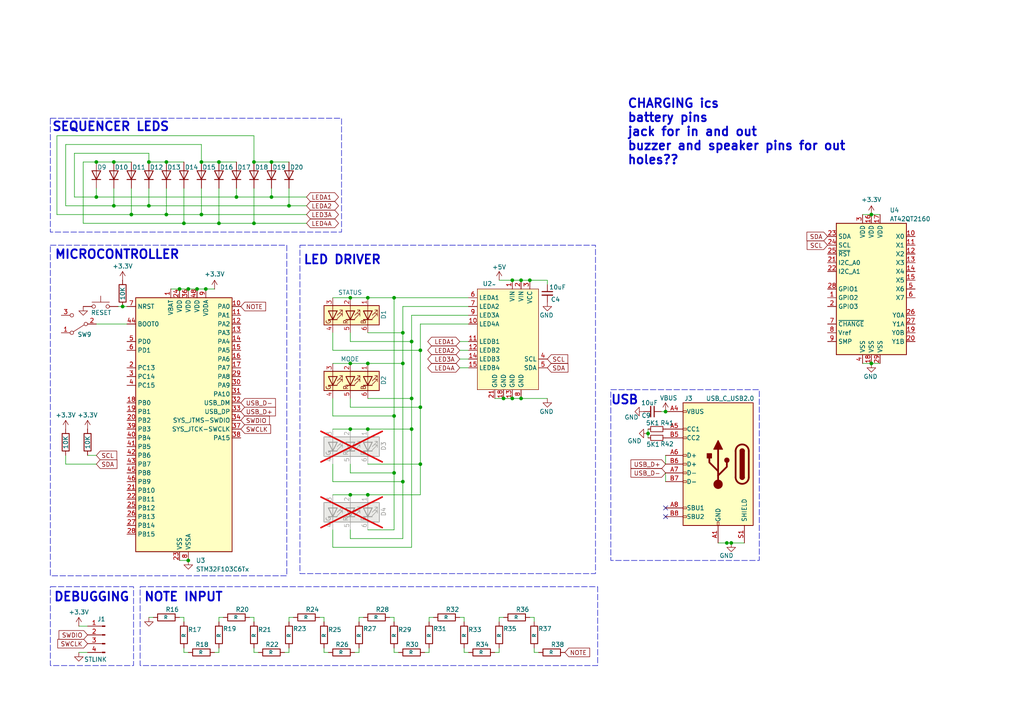
<source format=kicad_sch>
(kicad_sch (version 20231120) (generator "eeschema") (generator_version "8.0")
  (paper "A4")
  (junction (at 151.13 115.57))
  (junction (at 119.38 124.46))
  (junction (at 260.096 -19.304))
  (junction (at 106.68 124.46))
  (junction (at 54.61 83.82))
  (junction (at 73.66 46.99))
  (junction (at 27.94 46.99))
  (junction (at 226.568 -19.304))
  (junction (at 106.68 86.36))
  (junction (at 83.82 59.69))
  (junction (at 218.186 -29.845))
  (junction (at 151.13 81.28))
  (junction (at 234.95 -37.465))
  (junction (at 38.1 62.23))
  (junction (at 52.07 83.82))
  (junction (at 218.186 -19.304))
  (junction (at 243.332 -29.845))
  (junction (at 243.332 -37.465))
  (junction (at 210.82 157.48))
  (junction (at 260.096 -29.845))
  (junction (at 121.92 118.11))
  (junction (at 27.94 57.15))
  (junction (at 57.15 83.82))
  (junction (at 251.714 -29.845))
  (junction (at 148.59 115.57))
  (junction (at 121.92 101.6))
  (junction (at 243.332 -19.304))
  (junction (at 106.68 143.51))
  (junction (at 209.804 -29.845))
  (junction (at 251.714 -19.304))
  (junction (at 226.568 -29.845))
  (junction (at 48.26 46.99))
  (junction (at 119.38 99.06))
  (junction (at 48.26 62.23))
  (junction (at 153.67 81.28))
  (junction (at 121.92 134.62))
  (junction (at 146.05 115.57))
  (junction (at 101.6 124.46))
  (junction (at 226.568 -37.465))
  (junction (at 114.3 86.36))
  (junction (at 35.56 88.9))
  (junction (at 63.5 46.99))
  (junction (at 116.84 105.41))
  (junction (at 78.74 57.15))
  (junction (at 59.69 83.82))
  (junction (at 187.96 125.73))
  (junction (at 101.6 86.36))
  (junction (at 101.6 105.41))
  (junction (at 114.3 137.16))
  (junction (at 58.42 46.99))
  (junction (at 234.95 -29.845))
  (junction (at 268.478 -29.845))
  (junction (at 116.84 139.7))
  (junction (at 119.38 115.57))
  (junction (at 54.61 162.56))
  (junction (at 252.73 62.23))
  (junction (at 106.68 105.41))
  (junction (at 33.02 46.99))
  (junction (at 148.59 81.28))
  (junction (at 114.3 120.65))
  (junction (at 53.34 64.77))
  (junction (at 218.186 -37.465))
  (junction (at 212.09 157.48))
  (junction (at 209.804 -19.304))
  (junction (at 251.714 -37.465))
  (junction (at 205.105 -33.02))
  (junction (at 175.387 -19.304))
  (junction (at 193.04 119.38))
  (junction (at 116.84 96.52))
  (junction (at 43.18 46.99))
  (junction (at 68.58 57.15))
  (junction (at 78.74 46.99))
  (junction (at 33.02 59.69))
  (junction (at 260.096 -37.465))
  (junction (at 234.95 -19.304))
  (junction (at 101.6 143.51))
  (junction (at 73.66 64.77))
  (junction (at 63.5 64.77))
  (junction (at 58.42 62.23))
  (junction (at 201.93 -19.304))
  (junction (at 252.73 105.41))
  (junction (at 43.18 59.69))
  (no_connect (at 193.04 147.32))
  (no_connect (at 193.04 149.86))
  (wire (pts (xy 96.52 134.62) (xy 96.52 139.7)))
  (wire (pts (xy 73.66 180.34) (xy 73.66 179.07)))
  (wire (pts (xy 68.58 57.15) (xy 78.74 57.15)))
  (wire (pts (xy 101.6 134.62) (xy 101.6 137.16)))
  (wire (pts (xy 193.04 134.62) (xy 193.04 132.08)))
  (wire (pts (xy 73.66 189.23) (xy 74.93 189.23)))
  (wire (pts (xy 114.3 179.07) (xy 113.03 179.07)))
  (wire (pts (xy 119.38 124.46) (xy 119.38 158.75)))
  (wire (pts (xy 154.94 179.07) (xy 153.67 179.07)))
  (wire (pts (xy 16.51 62.23) (xy 38.1 62.23)))
  (wire (pts (xy 259.715 -29.845) (xy 260.096 -29.845)))
  (wire (pts (xy 58.42 54.61) (xy 58.42 62.23)))
  (wire (pts (xy 82.55 189.23) (xy 83.82 189.23)))
  (wire (pts (xy 104.14 189.23) (xy 104.14 187.96)))
  (wire (pts (xy 119.38 99.06) (xy 119.38 91.44)))
  (wire (pts (xy 252.73 105.41) (xy 250.19 105.41)))
  (wire (pts (xy 73.66 39.37) (xy 16.51 39.37)))
  (wire (pts (xy 243.332 -37.465) (xy 234.95 -37.465)))
  (wire (pts (xy 24.13 64.77) (xy 53.34 64.77)))
  (wire (pts (xy 96.52 120.65) (xy 114.3 120.65)))
  (wire (pts (xy 134.62 179.07) (xy 133.35 179.07)))
  (wire (pts (xy 62.23 83.82) (xy 59.69 83.82)))
  (wire (pts (xy 218.186 -29.845) (xy 218.186 -29.464)))
  (wire (pts (xy 101.6 118.11) (xy 121.92 118.11)))
  (wire (pts (xy 73.66 187.96) (xy 73.66 189.23)))
  (wire (pts (xy 251.714 -29.845) (xy 251.714 -29.464)))
  (wire (pts (xy 101.6 137.16) (xy 114.3 137.16)))
  (wire (pts (xy 58.42 41.91) (xy 19.05 41.91)))
  (wire (pts (xy 158.75 81.28) (xy 158.75 82.55)))
  (wire (pts (xy 119.38 99.06) (xy 119.38 115.57)))
  (wire (pts (xy 27.94 46.99) (xy 33.02 46.99)))
  (wire (pts (xy 151.13 115.57) (xy 148.59 115.57)))
  (wire (pts (xy 114.3 86.36) (xy 114.3 120.65)))
  (wire (pts (xy 24.13 46.99) (xy 24.13 64.77)))
  (wire (pts (xy 63.5 189.23) (xy 62.23 189.23)))
  (wire (pts (xy 33.02 59.69) (xy 43.18 59.69)))
  (wire (pts (xy 193.04 119.38) (xy 191.77 119.38)))
  (wire (pts (xy 96.52 105.41) (xy 101.6 105.41)))
  (wire (pts (xy 48.26 62.23) (xy 58.42 62.23)))
  (wire (pts (xy 234.95 -29.845) (xy 235.331 -29.845)))
  (wire (pts (xy 121.92 93.98) (xy 135.89 93.98)))
  (wire (pts (xy 102.87 189.23) (xy 104.14 189.23)))
  (wire (pts (xy 96.52 115.57) (xy 96.52 120.65)))
  (wire (pts (xy 134.62 187.96) (xy 134.62 189.23)))
  (wire (pts (xy 63.5 46.99) (xy 68.58 46.99)))
  (wire (pts (xy 101.6 115.57) (xy 101.6 118.11)))
  (wire (pts (xy 201.93 -27.94) (xy 201.93 -19.304)))
  (wire (pts (xy 21.59 44.45) (xy 21.59 57.15)))
  (wire (pts (xy 116.84 96.52) (xy 116.84 105.41)))
  (wire (pts (xy 209.804 -37.465) (xy 209.804 -29.845)))
  (wire (pts (xy 96.52 86.36) (xy 101.6 86.36)))
  (wire (pts (xy 105.41 179.07) (xy 104.14 179.07)))
  (wire (pts (xy 210.947 -47.625) (xy 211.963 -47.625)))
  (wire (pts (xy 204.343 -50.165) (xy 201.93 -50.165)))
  (wire (pts (xy 73.66 46.99) (xy 73.66 39.37)))
  (wire (pts (xy 252.73 105.41) (xy 255.27 105.41)))
  (wire (pts (xy 114.3 137.16) (xy 114.3 153.67)))
  (wire (pts (xy 124.46 179.07) (xy 124.46 180.34)))
  (wire (pts (xy 212.09 157.48) (xy 215.9 157.48)))
  (wire (pts (xy 57.15 83.82) (xy 59.69 83.82)))
  (wire (pts (xy 209.804 -29.845) (xy 209.804 -29.464)))
  (wire (pts (xy 125.73 179.07) (xy 124.46 179.07)))
  (wire (pts (xy 53.34 64.77) (xy 63.5 64.77)))
  (wire (pts (xy 158.75 115.57) (xy 151.13 115.57)))
  (wire (pts (xy 78.74 46.99) (xy 83.82 46.99)))
  (wire (pts (xy 133.35 104.14) (xy 135.89 104.14)))
  (wire (pts (xy 151.13 81.28) (xy 153.67 81.28)))
  (wire (pts (xy 121.92 134.62) (xy 121.92 143.51)))
  (wire (pts (xy 27.94 57.15) (xy 68.58 57.15)))
  (wire (pts (xy 146.05 179.07) (xy 144.78 179.07)))
  (wire (pts (xy 218.186 -29.845) (xy 218.567 -29.845)))
  (wire (pts (xy 116.84 88.9) (xy 135.89 88.9)))
  (wire (pts (xy 144.78 179.07) (xy 144.78 180.34)))
  (wire (pts (xy 33.02 46.99) (xy 38.1 46.99)))
  (wire (pts (xy 114.3 153.67) (xy 106.68 153.67)))
  (wire (pts (xy 63.5 54.61) (xy 63.5 64.77)))
  (wire (pts (xy 35.56 88.9) (xy 36.83 88.9)))
  (wire (pts (xy 96.52 143.51) (xy 101.6 143.51)))
  (wire (pts (xy 96.52 153.67) (xy 96.52 158.75)))
  (wire (pts (xy 27.94 93.98) (xy 36.83 93.98)))
  (wire (pts (xy 148.59 81.28) (xy 151.13 81.28)))
  (wire (pts (xy 19.05 59.69) (xy 33.02 59.69)))
  (wire (pts (xy 251.333 -29.845) (xy 251.714 -29.845)))
  (wire (pts (xy 226.187 -29.845) (xy 226.568 -29.845)))
  (wire (pts (xy 201.93 -50.165) (xy 201.93 -38.1)))
  (wire (pts (xy 243.332 -19.304) (xy 251.714 -19.304)))
  (wire (pts (xy 106.68 143.51) (xy 121.92 143.51)))
  (wire (pts (xy 144.78 189.23) (xy 144.78 187.96)))
  (wire (pts (xy 49.53 83.82) (xy 52.07 83.82)))
  (wire (pts (xy 43.18 44.45) (xy 21.59 44.45)))
  (wire (pts (xy 133.35 106.68) (xy 135.89 106.68)))
  (wire (pts (xy 154.94 180.34) (xy 154.94 179.07)))
  (wire (pts (xy 201.93 -33.02) (xy 205.105 -33.02)))
  (wire (pts (xy 218.186 -19.304) (xy 226.568 -19.304)))
  (wire (pts (xy 73.66 64.77) (xy 88.9 64.77)))
  (wire (pts (xy 187.96 125.73) (xy 187.96 127)))
  (wire (pts (xy 251.714 -19.304) (xy 260.096 -19.304)))
  (wire (pts (xy 226.568 -19.304) (xy 234.95 -19.304)))
  (wire (pts (xy 43.18 179.07) (xy 44.45 179.07)))
  (wire (pts (xy 234.95 -19.304) (xy 243.332 -19.304)))
  (wire (pts (xy 48.26 54.61) (xy 48.26 62.23)))
  (wire (pts (xy 119.38 115.57) (xy 106.68 115.57)))
  (wire (pts (xy 58.42 46.99) (xy 63.5 46.99)))
  (wire (pts (xy 93.98 189.23) (xy 95.25 189.23)))
  (wire (pts (xy 153.67 81.28) (xy 158.75 81.28)))
  (wire (pts (xy 210.82 157.48) (xy 212.09 157.48)))
  (wire (pts (xy 114.3 180.34) (xy 114.3 179.07)))
  (wire (pts (xy 260.096 -37.465) (xy 251.714 -37.465)))
  (wire (pts (xy 48.26 46.99) (xy 53.34 46.99)))
  (wire (pts (xy 58.42 62.23) (xy 88.9 62.23)))
  (wire (pts (xy 144.78 81.28) (xy 148.59 81.28)))
  (wire (pts (xy 19.05 134.62) (xy 19.05 132.08)))
  (wire (pts (xy 101.6 96.52) (xy 101.6 99.06)))
  (wire (pts (xy 114.3 189.23) (xy 115.57 189.23)))
  (wire (pts (xy 93.98 187.96) (xy 93.98 189.23)))
  (wire (pts (xy 119.38 115.57) (xy 119.38 124.46)))
  (wire (pts (xy 53.34 180.34) (xy 53.34 179.07)))
  (wire (pts (xy 93.98 179.07) (xy 92.71 179.07)))
  (wire (pts (xy 243.332 -29.845) (xy 243.332 -29.464)))
  (wire (pts (xy 101.6 124.46) (xy 106.68 124.46)))
  (wire (pts (xy 101.6 105.41) (xy 106.68 105.41)))
  (wire (pts (xy 73.66 54.61) (xy 73.66 64.77)))
  (wire (pts (xy 250.19 62.23) (xy 252.73 62.23)))
  (wire (pts (xy 16.51 39.37) (xy 16.51 62.23)))
  (wire (pts (xy 210.185 -29.845) (xy 209.804 -29.845)))
  (wire (pts (xy 96.52 158.75) (xy 119.38 158.75)))
  (wire (pts (xy 260.096 -19.304) (xy 268.478 -19.304)))
  (wire (pts (xy 114.3 86.36) (xy 135.89 86.36)))
  (wire (pts (xy 121.92 118.11) (xy 121.92 134.62)))
  (wire (pts (xy 234.569 -29.845) (xy 234.95 -29.845)))
  (wire (pts (xy 226.568 -29.845) (xy 226.568 -29.464)))
  (wire (pts (xy 234.95 -29.845) (xy 234.95 -29.464)))
  (wire (pts (xy 104.14 179.07) (xy 104.14 180.34)))
  (wire (pts (xy 25.4 132.08) (xy 27.94 132.08)))
  (wire (pts (xy 58.42 46.99) (xy 58.42 41.91)))
  (wire (pts (xy 260.096 -29.845) (xy 260.096 -29.464)))
  (wire (pts (xy 38.1 54.61) (xy 38.1 62.23)))
  (wire (pts (xy 83.82 59.69) (xy 88.9 59.69)))
  (wire (pts (xy 242.951 -29.845) (xy 243.332 -29.845)))
  (wire (pts (xy 205.105 -29.845) (xy 205.105 -33.02)))
  (wire (pts (xy 96.52 139.7) (xy 116.84 139.7)))
  (wire (pts (xy 33.02 54.61) (xy 33.02 59.69)))
  (wire (pts (xy 93.98 180.34) (xy 93.98 179.07)))
  (wire (pts (xy 27.94 46.99) (xy 24.13 46.99)))
  (wire (pts (xy 27.94 134.62) (xy 19.05 134.62)))
  (wire (pts (xy 119.38 91.44) (xy 135.89 91.44)))
  (wire (pts (xy 52.07 162.56) (xy 54.61 162.56)))
  (wire (pts (xy 43.18 59.69) (xy 83.82 59.69)))
  (wire (pts (xy 53.34 189.23) (xy 53.34 187.96)))
  (wire (pts (xy 101.6 99.06) (xy 119.38 99.06)))
  (wire (pts (xy 121.92 101.6) (xy 121.92 118.11)))
  (wire (pts (xy 27.94 54.61) (xy 27.94 57.15)))
  (wire (pts (xy 52.07 83.82) (xy 54.61 83.82)))
  (wire (pts (xy 114.3 120.65) (xy 114.3 137.16)))
  (wire (pts (xy 106.68 124.46) (xy 119.38 124.46)))
  (wire (pts (xy 22.86 181.61) (xy 25.4 181.61)))
  (wire (pts (xy 175.387 -19.304) (xy 201.93 -19.304)))
  (wire (pts (xy 133.35 99.06) (xy 135.89 99.06)))
  (wire (pts (xy 165.1 -38.1) (xy 165.1 -19.304)))
  (wire (pts (xy 101.6 143.51) (xy 106.68 143.51)))
  (wire (pts (xy 116.84 96.52) (xy 116.84 88.9)))
  (wire (pts (xy 106.68 105.41) (xy 116.84 105.41)))
  (wire (pts (xy 83.82 54.61) (xy 83.82 59.69)))
  (wire (pts (xy 226.949 -29.845) (xy 226.568 -29.845)))
  (wire (pts (xy 85.09 179.07) (xy 83.82 179.07)))
  (wire (pts (xy 124.46 189.23) (xy 124.46 187.96)))
  (wire (pts (xy 19.05 41.91) (xy 19.05 59.69)))
  (wire (pts (xy 146.05 115.57) (xy 148.59 115.57)))
  (wire (pts (xy 116.84 139.7) (xy 116.84 156.21)))
  (wire (pts (xy 268.478 -37.465) (xy 260.096 -37.465)))
  (wire (pts (xy 73.66 46.99) (xy 78.74 46.99)))
  (wire (pts (xy 106.68 96.52) (xy 116.84 96.52)))
  (wire (pts (xy 21.59 57.15) (xy 27.94 57.15)))
  (wire (pts (xy 114.3 187.96) (xy 114.3 189.23)))
  (wire (pts (xy 252.73 62.23) (xy 255.27 62.23)))
  (wire (pts (xy 201.93 -19.304) (xy 209.804 -19.304)))
  (wire (pts (xy 96.52 124.46) (xy 101.6 124.46)))
  (wire (pts (xy 54.61 83.82) (xy 57.15 83.82)))
  (wire (pts (xy 101.6 156.21) (xy 116.84 156.21)))
  (wire (pts (xy 96.52 101.6) (xy 121.92 101.6)))
  (wire (pts (xy 63.5 64.77) (xy 73.66 64.77)))
  (wire (pts (xy 68.58 54.61) (xy 68.58 57.15)))
  (wire (pts (xy 268.097 -29.845) (xy 268.478 -29.845)))
  (wire (pts (xy 43.18 46.99) (xy 43.18 44.45)))
  (wire (pts (xy 83.82 179.07) (xy 83.82 180.34)))
  (wire (pts (xy 209.804 -19.304) (xy 218.186 -19.304)))
  (wire (pts (xy 146.05 115.57) (xy 143.51 115.57)))
  (wire (pts (xy 143.51 189.23) (xy 144.78 189.23)))
  (wire (pts (xy 205.105 -29.845) (xy 209.804 -29.845)))
  (wire (pts (xy 165.1 -19.304) (xy 175.387 -19.304)))
  (wire (pts (xy 243.713 -29.845) (xy 243.332 -29.845)))
  (wire (pts (xy 134.62 189.23) (xy 135.89 189.23)))
  (wire (pts (xy 251.714 -37.465) (xy 243.332 -37.465)))
  (wire (pts (xy 165.1 -38.1) (xy 176.53 -38.1)))
  (wire (pts (xy 64.77 179.07) (xy 63.5 179.07)))
  (wire (pts (xy 123.19 189.23) (xy 124.46 189.23)))
  (wire (pts (xy 83.82 189.23) (xy 83.82 187.96)))
  (wire (pts (xy 121.92 101.6) (xy 121.92 93.98)))
  (wire (pts (xy 260.477 -29.845) (xy 260.096 -29.845)))
  (wire (pts (xy 38.1 62.23) (xy 48.26 62.23)))
  (wire (pts (xy 106.68 86.36) (xy 114.3 86.36)))
  (wire (pts (xy 53.34 189.23) (xy 54.61 189.23)))
  (wire (pts (xy 43.18 54.61) (xy 43.18 59.69)))
  (wire (pts (xy 63.5 189.23) (xy 63.5 187.96)))
  (wire (pts (xy 217.805 -29.845) (xy 218.186 -29.845)))
  (wire (pts (xy 226.568 -37.465) (xy 218.186 -37.465)))
  (wire (pts (xy 78.74 57.15) (xy 88.9 57.15)))
  (wire (pts (xy 53.34 179.07) (xy 52.07 179.07)))
  (wire (pts (xy 34.29 88.9) (xy 35.56 88.9)))
  (wire (pts (xy 22.86 189.23) (xy 25.4 189.23)))
  (wire (pts (xy 73.66 179.07) (xy 72.39 179.07)))
  (wire (pts (xy 101.6 153.67) (xy 101.6 156.21)))
  (wire (pts (xy 96.52 96.52) (xy 96.52 101.6)))
  (wire (pts (xy 53.34 54.61) (xy 53.34 64.77)))
  (wire (pts (xy 234.95 -37.465) (xy 226.568 -37.465)))
  (wire (pts (xy 251.714 -29.845) (xy 252.095 -29.845)))
  (wire (pts (xy 187.96 125.73) (xy 187.96 124.46)))
  (wire (pts (xy 78.74 54.61) (xy 78.74 57.15)))
  (wire (pts (xy 134.62 180.34) (xy 134.62 179.07)))
  (wire (pts (xy 268.478 -29.845) (xy 268.478 -29.464)))
  (wire (pts (xy 63.5 179.07) (xy 63.5 180.34)))
  (wire (pts (xy 208.28 157.48) (xy 210.82 157.48)))
  (wire (pts (xy 116.84 105.41) (xy 116.84 139.7)))
  (wire (pts (xy 218.186 -37.465) (xy 209.804 -37.465)))
  (wire (pts (xy 121.92 134.62) (xy 106.68 134.62)))
  (wire (pts (xy 101.6 86.36) (xy 106.68 86.36)))
  (wire (pts (xy 43.18 46.99) (xy 48.26 46.99)))
  (wire (pts (xy 193.04 139.7) (xy 193.04 137.16)))
  (wire (pts (xy 156.21 189.23) (xy 154.94 189.23)))
  (wire (pts (xy 133.35 101.6) (xy 135.89 101.6)))
  (wire (pts (xy 154.94 189.23) (xy 154.94 187.96)))
  (rectangle (start 177.165 113.03) (end 220.218 162.56) (stroke (width 0) (type dash)))
  (rectangle (start 14.605 71.12) (end 83.185 167.005) (stroke (width 0) (type dash)))
  (rectangle (start 14.605 170.18) (end 38.735 193.04) (stroke (width 0) (type dash)))
  (rectangle (start 86.995 71.12) (end 172.72 166.37) (stroke (width 0) (type dash)))
  (rectangle (start 40.64 170.18) (end 173.355 193.04) (stroke (width 0) (type dash)))
  (rectangle (start 14.605 34.29) (end 99.06 67.31) (stroke (width 0) (type dash)))
  (text "<-- Pen X\n" (at 268.859 -18.161 0) (effects (font (size 2 2) (thickness 0.4) (bold yes)) (justify left bottom)))
  (text "LED DRIVER" (at 87.884 76.962 0) (effects (font (size 2.54 2.54) (bold yes)) (justify left bottom)))
  (text "NOTE INPUT" (at 41.656 174.752 0) (effects (font (size 2.54 2.54) (bold yes)) (justify left bottom)))
  (text "CHARGING ics\nbattery pins\njack for in and out\nbuzzer and speaker pins for out\nholes??\n" (at 181.864 48.006 0) (effects (font (size 2.54 2.54) (bold yes)) (justify left bottom)))
  (text "SEQUENCER LEDS" (at 14.986 38.354 0) (effects (font (size 2.54 2.54) (bold yes)) (justify left bottom)))
  (text "DEBUGGING" (at 15.494 174.752 0) (effects (font (size 2.54 2.54) (bold yes)) (justify left bottom)))
  (text "MICROCONTROLLER\n" (at 15.748 75.438 0) (effects (font (size 2.54 2.54) (bold yes)) (justify left bottom)))
  (text "<-- Board X\n" (at 269.24 -27.051 0) (effects (font (size 2 2) (thickness 0.4) (bold yes)) (justify left bottom)))
  (text "USB\n" (at 177.038 117.602 0) (effects (font (size 2.54 2.54) (bold yes)) (justify left bottom)))
  (global_label "SDA" (shape input) (at 27.94 134.62 0) (property "Intersheetrefs" "${INTERSHEET_REFS}" (effects (hide yes))))
  (global_label "SWCLK" (shape input) (at 25.4 186.69 180) (property "Intersheetrefs" "${INTERSHEET_REFS}" (effects (hide yes))))
  (global_label "SCL" (shape input) (at 27.94 132.08 0) (property "Intersheetrefs" "${INTERSHEET_REFS}" (effects (hide yes))))
  (global_label "LED4A" (shape bidirectional) (at 88.9 64.77 0) (property "Intersheetrefs" "${INTERSHEET_REFS}" (effects (hide yes))))
  (global_label "NOTE" (shape input) (at 163.83 189.23 0) (property "Intersheetrefs" "${INTERSHEET_REFS}" (effects (hide yes))))
  (global_label "LEDA2" (shape bidirectional) (at 88.9 59.69 0) (property "Intersheetrefs" "${INTERSHEET_REFS}" (effects (hide yes))))
  (global_label "LED4A" (shape bidirectional) (at 133.35 106.68 180) (property "Intersheetrefs" "${INTERSHEET_REFS}" (effects (hide yes))))
  (global_label "SWDIO" (shape input) (at 25.4 184.15 180) (property "Intersheetrefs" "${INTERSHEET_REFS}" (effects (hide yes))))
  (global_label "USB_D-" (shape input) (at 69.85 116.84 0) (property "Intersheetrefs" "${INTERSHEET_REFS}" (effects (hide yes))))
  (global_label "SDA" (shape input) (at 240.03 68.58 180) (property "Intersheetrefs" "${INTERSHEET_REFS}" (effects (hide yes))))
  (global_label "USB_D+" (shape input) (at 193.04 134.62 180) (property "Intersheetrefs" "${INTERSHEET_REFS}" (effects (hide yes))))
  (global_label "SDA" (shape input) (at 158.75 106.68 0) (property "Intersheetrefs" "${INTERSHEET_REFS}" (effects (hide yes))))
  (global_label "SCL" (shape input) (at 240.03 71.12 180) (property "Intersheetrefs" "${INTERSHEET_REFS}" (effects (hide yes))))
  (global_label "USB_D+" (shape input) (at 69.85 119.38 0) (property "Intersheetrefs" "${INTERSHEET_REFS}" (effects (hide yes))))
  (global_label "LED3A" (shape bidirectional) (at 88.9 62.23 0) (property "Intersheetrefs" "${INTERSHEET_REFS}" (effects (hide yes))))
  (global_label "LEDA2" (shape bidirectional) (at 133.35 101.6 180) (property "Intersheetrefs" "${INTERSHEET_REFS}" (effects (hide yes))))
  (global_label "USB_D-" (shape input) (at 193.04 137.16 180) (property "Intersheetrefs" "${INTERSHEET_REFS}" (effects (hide yes))))
  (global_label "SCL" (shape input) (at 158.75 104.14 0) (property "Intersheetrefs" "${INTERSHEET_REFS}" (effects (hide yes))))
  (global_label "SWCLK" (shape input) (at 69.85 124.46 0) (property "Intersheetrefs" "${INTERSHEET_REFS}" (effects (hide yes))))
  (global_label "NOTE" (shape input) (at 69.85 88.9 0) (property "Intersheetrefs" "${INTERSHEET_REFS}" (effects (hide yes))))
  (global_label "SWDIO" (shape input) (at 69.85 121.92 0) (property "Intersheetrefs" "${INTERSHEET_REFS}" (effects (hide yes))))
  (global_label "LED3A" (shape bidirectional) (at 133.35 104.14 180) (property "Intersheetrefs" "${INTERSHEET_REFS}" (effects (hide yes))))
  (global_label "LEDA1" (shape bidirectional) (at 88.9 57.15 0) (property "Intersheetrefs" "${INTERSHEET_REFS}" (effects (hide yes))))
  (global_label "LEDA1" (shape bidirectional) (at 133.35 99.06 180) (property "Intersheetrefs" "${INTERSHEET_REFS}" (effects (hide yes))))
  (symbol (lib_id "Switch:SW_Push") (at 268.478 -24.384 90) (mirror x) (unit 1)
    (property "Reference" "SW8" (effects (hide yes)))
    (property "Value" "SW_Push" (effects (hide yes)))
  )
  (symbol (lib_id "Switch:SW_Push") (at 234.95 -24.384 90) (mirror x) (unit 1)
    (property "Reference" "SW4" (effects (hide yes)))
    (property "Value" "SW_Push" (effects (hide yes)))
  )
  (symbol (lib_id "Device:R") (at 260.096 -33.655 0) (mirror x) (unit 1)
    (property "Reference" "R13" (effects (hide yes)))
    (property "Value" "5.1K" (at 260.223 -35.306 90) (effects (font (size 1 1)) (justify left)))
  )
  (symbol (lib_id "power:VCC") (at 176.53 -27.94 90) (unit 1)
    (property "Reference" "#PWR03" (effects (hide yes)))
    (property "Value" "VCC" (at 171.704 -27.94 90))
  )
  (symbol (lib_id "Device:D") (at 63.5 50.8 90) (unit 1)
    (property "Reference" "D16" (at 63.754 48.514 90) (effects (justify right)))
    (property "Value" "D" (effects (hide yes)))
    (property "Description" "Diode" (effects (hide yes)))
    (property "Sim.Device" "D" (effects (hide yes)))
    (property "Sim.Pins" "1=K 2=A" (effects (hide yes)))
  )
  (symbol (lib_id "MCU_ST_STM32F1:STM32F103C6Tx") (at 52.07 124.46 0) (unit 1)
    (property "Reference" "U3" (at 56.8041 162.56 0) (effects (justify left)))
    (property "Value" "STM32F103C6Tx" (at 56.8041 165.1 0) (effects (justify left)))
    (property "Footprint" "Package_QFP:LQFP-48_7x7mm_P0.5mm" (effects (hide yes)))
    (property "Datasheet" "https://www.st.com/resource/en/datasheet/stm32f103c6.pdf" (effects (hide yes)))
    (property "Description" "STMicroelectronics Arm Cortex-M3 MCU, 32KB flash, 10KB RAM, 72 MHz, 2.0-3.6V, 37 GPIO, LQFP48" (effects (hide yes)))
    (pin "32" (alternate "USB_DM"))
    (pin "33" (alternate "USB_DP"))
    (pin "34" (alternate "SYS_JTMS-SWDIO"))
    (pin "37" (alternate "SYS_JTCK-SWCLK"))
  )
  (symbol (lib_id "LED:SMLVN6RGB") (at 101.6 129.54 270) (unit 1) (on_board no) (dnp yes)
    (property "Reference" "D3" (at 111.252 128.016 0) (effects (justify left)))
    (property "Value" "SMLVN6RGB" (effects (hide yes)))
    (property "Footprint" "LED_SMD:LED_ROHM_SMLVN6" (effects (hide yes)))
    (property "Datasheet" "https://www.rohm.com/datasheet/SMLVN6RGB1U" (effects (hide yes)))
    (property "Description" "High Brightness Tri-Color LED, RGB, 3.5x2.8mm" (effects (hide yes)))
  )
  (symbol (lib_id "Device:D") (at 53.34 50.8 90) (unit 1)
    (property "Reference" "D14" (at 53.594 48.514 90) (effects (justify right)))
    (property "Value" "D" (effects (hide yes)))
    (property "Description" "Diode" (effects (hide yes)))
    (property "Sim.Device" "D" (effects (hide yes)))
    (property "Sim.Pins" "1=K 2=A" (effects (hide yes)))
  )
  (symbol (lib_id "power:GND") (at 186.69 119.38 270) (unit 1)
    (property "Reference" "#PWR022" (effects (hide yes)))
    (property "Value" "GND" (at 181.102 121.031 90) (effects (justify left)))
  )
  (symbol (lib_id "Device:R") (at 230.759 -29.845 270) (mirror x) (unit 1)
    (property "Reference" "R6" (effects (hide yes)))
    (property "Value" "1K" (at 229.489 -29.845 90) (effects (font (size 1 1)) (justify left)))
  )
  (symbol (lib_id "Device:R") (at 213.995 -29.845 270) (mirror x) (unit 1)
    (property "Reference" "R2" (effects (hide yes)))
    (property "Value" "390R" (at 212.09 -29.845 90) (effects (font (size 1 1)) (justify left)))
    (property "Footprint" "Resistor_SMD:R_0805_2012Metric_Pad1.20x1.40mm_HandSolder" (effects (hide yes)))
  )
  (symbol (lib_id "Device:R") (at 222.377 -29.845 270) (mirror x) (unit 1)
    (property "Reference" "R4" (effects (hide yes)))
    (property "Value" "910R" (at 220.472 -29.845 90) (effects (font (size 1 1)) (justify left)))
  )
  (symbol (lib_id "Switch:SW_Push") (at 251.714 -24.384 90) (mirror x) (unit 1)
    (property "Reference" "SW6" (effects (hide yes)))
    (property "Value" "SW_Push" (effects (hide yes)))
  )
  (symbol (lib_id "Device:R") (at 73.66 184.15 0) (mirror y) (unit 1)
    (property "Reference" "R21" (at 78.74 182.626 0) (effects (justify left)))
    (property "Value" "R" (at 73.66 184.912 90) (effects (font (size 1 1)) (justify left)))
  )
  (symbol (lib_id "Device:R") (at 247.523 -29.845 270) (mirror x) (unit 1)
    (property "Reference" "R10" (effects (hide yes)))
    (property "Value" "620R" (at 245.618 -29.845 90) (effects (font (size 1 1)) (justify left)))
  )
  (symbol (lib_id "Device:R") (at 226.568 -33.655 0) (mirror x) (unit 1)
    (property "Reference" "R5" (effects (hide yes)))
    (property "Value" "1.3K" (at 226.568 -35.433 90) (effects (font (size 1 1)) (justify left)))
  )
  (symbol (lib_id "Device:D") (at 68.58 50.8 90) (unit 1)
    (property "Reference" "D17" (at 68.834 48.514 90) (effects (justify right)))
    (property "Value" "D" (effects (hide yes)))
    (property "Description" "Diode" (effects (hide yes)))
    (property "Sim.Device" "D" (effects (hide yes)))
    (property "Sim.Pins" "1=K 2=A" (effects (hide yes)))
  )
  (symbol (lib_id "Device:D") (at 43.18 50.8 90) (unit 1)
    (property "Reference" "D12" (at 43.434 48.514 90) (effects (justify right)))
    (property "Value" "D" (effects (hide yes)))
    (property "Description" "Diode" (effects (hide yes)))
    (property "Sim.Device" "D" (effects (hide yes)))
    (property "Sim.Pins" "1=K 2=A" (effects (hide yes)))
  )
  (symbol (lib_id "Device:C_Small") (at 158.75 85.09 0) (unit 1)
    (property "Reference" "C4" (at 159.766 86.868 0) (effects (justify left)))
    (property "Value" "10uF" (at 159.258 83.312 0) (effects (justify left)))
    (property "Footprint" "Capacitor_SMD:C_0603_1608Metric" (effects (hide yes)))
  )
  (symbol (lib_id "Device:R") (at 134.62 184.15 0) (mirror y) (unit 1)
    (property "Reference" "R33" (at 139.7 182.626 0) (effects (justify left)))
    (property "Value" "R" (at 134.62 184.912 90) (effects (font (size 1 1)) (justify left)))
  )
  (symbol (lib_id "power:VCC") (at 189.23 -43.18 0) (unit 1)
    (property "Reference" "#PWR04" (effects (hide yes)))
    (property "Value" "VCC" (at 190.373 -46.99 0))
  )
  (symbol (lib_id "power:+3.3V") (at 252.73 62.23 0) (unit 1)
    (property "Reference" "#PWR020" (effects (hide yes)))
    (property "Value" "+3.3V" (at 252.73 57.912 0))
    (property "Description" "Power symbol creates a global label with name \"+3.3V\"" (effects (hide yes)))
  )
  (symbol (lib_id "Device:R") (at 119.38 189.23 270) (mirror x) (unit 1)
    (property "Reference" "R30" (at 117.602 186.944 90) (effects (justify left)))
    (property "Value" "R" (at 118.618 189.23 90) (effects (font (size 1 1)) (justify left)))
  )
  (symbol (lib_id "Device:D") (at 38.1 50.8 90) (unit 1)
    (property "Reference" "D11" (at 38.354 48.514 90) (effects (justify right)))
    (property "Value" "D" (effects (hide yes)))
    (property "Description" "Diode" (effects (hide yes)))
    (property "Sim.Device" "D" (effects (hide yes)))
    (property "Sim.Pins" "1=K 2=A" (effects (hide yes)))
  )
  (symbol (lib_id "Device:C") (at 208.153 -50.165 90) (unit 1)
    (property "Reference" "C3" (effects (hide yes)))
    (property "Value" "10uF" (at 210.693 -53.848 90) (effects (justify left)))
  )
  (symbol (lib_id "Device:R") (at 129.54 179.07 270) (mirror x) (unit 1)
    (property "Reference" "R32" (at 129.286 176.784 90) (effects (justify left)))
    (property "Value" "R" (at 128.778 179.07 90) (effects (font (size 1 1)) (justify left)))
  )
  (symbol (lib_id "Device:R_Small") (at 190.5 127 270) (unit 1)
    (property "Reference" "R42" (at 191.516 128.778 90) (effects (justify left)))
    (property "Value" "5K1" (at 187.452 128.905 90) (effects (justify left)))
    (property "Footprint" "Resistor_SMD:R_0603_1608Metric" (effects (hide yes)))
  )
  (symbol (lib_id "LED:SMLVN6RGB") (at 101.6 91.44 270) (unit 1)
    (property "Reference" "D1" (at 111.252 89.916 0) (effects (justify left)))
    (property "Value" "STATUS" (at 98.044 84.836 90) (effects (justify left)))
    (property "Footprint" "LED_SMD:LED_ROHM_SMLVN6" (effects (hide yes)))
    (property "Datasheet" "https://www.rohm.com/datasheet/SMLVN6RGB1U" (effects (hide yes)))
    (property "Description" "High Brightness Tri-Color LED, RGB, 3.5x2.8mm" (effects (hide yes)))
  )
  (symbol (lib_id "power:GND") (at 24.13 88.9 0) (mirror y) (unit 1)
    (property "Reference" "#PWR08" (effects (hide yes)))
    (property "Value" "GND" (effects (hide yes)))
  )
  (symbol (lib_id "Device:R_Small") (at 190.5 124.46 270) (unit 1)
    (property "Reference" "R41" (at 191.516 122.682 90) (effects (justify left)))
    (property "Value" "5K1" (at 187.325 122.682 90) (effects (justify left)))
    (property "Footprint" "Resistor_SMD:R_0603_1608Metric" (effects (hide yes)))
  )
  (symbol (lib_id "power:+3.3V") (at 19.05 124.46 0) (unit 1)
    (property "Reference" "#PWR019" (effects (hide yes)))
    (property "Value" "+3.3V" (at 19.05 120.396 0))
    (property "Description" "Power symbol creates a global label with name \"+3.3V\"" (effects (hide yes)))
  )
  (symbol (lib_id "Device:R") (at 149.86 179.07 270) (mirror x) (unit 1)
    (property "Reference" "R36" (at 149.606 176.784 90) (effects (justify left)))
    (property "Value" "R" (at 149.098 179.07 90) (effects (font (size 1 1)) (justify left)))
  )
  (symbol (lib_id "Device:R") (at 251.714 -33.655 0) (mirror x) (unit 1)
    (property "Reference" "R11" (effects (hide yes)))
    (property "Value" "3.9K" (at 251.714 -35.433 90) (effects (font (size 1 1)) (justify left)))
  )
  (symbol (lib_id "Device:R") (at 218.186 -33.655 0) (mirror x) (unit 1)
    (property "Reference" "R3" (effects (hide yes)))
    (property "Value" "390R" (at 218.313 -35.687 90) (effects (font (size 1 1)) (justify left)))
  )
  (symbol (lib_id "Device:D") (at 83.82 50.8 90) (unit 1)
    (property "Reference" "D20" (at 84.074 48.514 90) (effects (justify right)))
    (property "Value" "D" (effects (hide yes)))
    (property "Description" "Diode" (effects (hide yes)))
    (property "Sim.Device" "D" (effects (hide yes)))
    (property "Sim.Pins" "1=K 2=A" (effects (hide yes)))
  )
  (symbol (lib_id "Device:D") (at 73.66 50.8 90) (unit 1)
    (property "Reference" "D18" (at 73.914 48.514 90) (effects (justify right)))
    (property "Value" "D" (effects (hide yes)))
    (property "Description" "Diode" (effects (hide yes)))
    (property "Sim.Device" "D" (effects (hide yes)))
    (property "Sim.Pins" "1=K 2=A" (effects (hide yes)))
  )
  (symbol (lib_id "Device:D") (at 48.26 50.8 90) (unit 1)
    (property "Reference" "D13" (at 48.514 48.514 90) (effects (justify right)))
    (property "Value" "D" (effects (hide yes)))
    (property "Description" "Diode" (effects (hide yes)))
    (property "Sim.Device" "D" (effects (hide yes)))
    (property "Sim.Pins" "1=K 2=A" (effects (hide yes)))
  )
  (symbol (lib_id "Device:D") (at 27.94 50.8 90) (unit 1)
    (property "Reference" "D9" (at 28.194 48.514 90) (effects (justify right)))
    (property "Value" "D" (effects (hide yes)))
    (property "Description" "Diode" (effects (hide yes)))
    (property "Sim.Device" "D" (effects (hide yes)))
    (property "Sim.Pins" "1=K 2=A" (effects (hide yes)))
  )
  (symbol (lib_id "Device:R") (at 255.905 -29.845 270) (mirror x) (unit 1)
    (property "Reference" "R12" (effects (hide yes)))
    (property "Value" "1.3K" (at 254 -29.845 90) (effects (font (size 1 1)) (justify left)))
  )
  (symbol (lib_id "Device:R") (at 139.7 189.23 270) (mirror x) (unit 1)
    (property "Reference" "R34" (at 137.922 186.944 90) (effects (justify left)))
    (property "Value" "R" (at 138.938 189.23 90) (effects (font (size 1 1)) (justify left)))
  )
  (symbol (lib_id "power:GND") (at 158.75 87.63 0) (unit 1)
    (property "Reference" "#PWR09" (effects (hide yes)))
    (property "Value" "GND" (at 156.464 91.44 0) (effects (justify left)))
  )
  (symbol (lib_id "power:Earth") (at 175.387 -11.684 0) (unit 1)
    (property "Reference" "#PWR02" (effects (hide yes)))
    (property "Value" "Earth" (effects (hide yes)))
  )
  (symbol (lib_id "Device:R") (at 19.05 128.27 180) (unit 1)
    (property "Reference" "R43" (effects (hide yes)))
    (property "Value" "10K" (at 19.05 126.365 90) (effects (justify left)))
    (property "Footprint" "Resistor_SMD:R_1206_3216Metric" (effects (hide yes)))
  )
  (symbol (lib_id "power:+3.3V") (at 25.4 124.46 0) (unit 1)
    (property "Reference" "#PWR018" (effects (hide yes)))
    (property "Value" "+3.3V" (at 25.4 120.396 0))
    (property "Description" "Power symbol creates a global label with name \"+3.3V\"" (effects (hide yes)))
  )
  (symbol (lib_id "Device:R") (at 264.287 -29.845 270) (mirror x) (unit 1)
    (property "Reference" "R14" (effects (hide yes)))
    (property "Value" "1.5K" (at 262.636 -29.845 90) (effects (font (size 1 1)) (justify left)))
  )
  (symbol (lib_id "Device:R") (at 243.332 -33.655 0) (mirror x) (unit 1)
    (property "Reference" "R9" (effects (hide yes)))
    (property "Value" "3.3K" (at 243.459 -35.433 90) (effects (font (size 1 1)) (justify left)))
  )
  (symbol (lib_id "Device:R") (at 63.5 184.15 0) (mirror y) (unit 1)
    (property "Reference" "R19" (at 68.58 182.372 0) (effects (justify left)))
    (property "Value" "R" (at 63.5 184.912 90) (effects (font (size 1 1)) (justify left)))
  )
  (symbol (lib_id "Device:R") (at 234.95 -33.655 0) (mirror x) (unit 1)
    (property "Reference" "R7" (effects (hide yes)))
    (property "Value" "2.4K" (at 235.077 -35.56 90) (effects (font (size 1 1)) (justify left)))
  )
  (symbol (lib_id "Switch:SW_Push") (at 218.186 -24.384 90) (mirror x) (unit 1)
    (property "Reference" "SW2" (effects (hide yes)))
    (property "Value" "SW_Push" (effects (hide yes)))
  )
  (symbol (lib_id "Device:R") (at 124.46 184.15 0) (mirror y) (unit 1)
    (property "Reference" "R31" (at 129.54 182.372 0) (effects (justify left)))
    (property "Value" "R" (at 124.46 184.912 90) (effects (font (size 1 1)) (justify left)))
  )
  (symbol (lib_id "power:GND") (at 22.86 189.23 0) (mirror y) (unit 1)
    (property "Reference" "#PWR017" (effects (hide yes)))
    (property "Value" "GND" (effects (hide yes)))
  )
  (symbol (lib_id "power:GND") (at 252.73 105.41 0) (unit 1)
    (property "Reference" "#PWR021" (effects (hide yes)))
    (property "Value" "GND" (at 250.444 109.22 0) (effects (justify left)))
  )
  (symbol (lib_id "Switch:SW_Push") (at 209.804 -24.384 90) (mirror x) (unit 1)
    (property "Reference" "SW1" (effects (hide yes)))
    (property "Value" "SW_Push" (effects (hide yes)))
  )
  (symbol (lib_id "Device:R") (at 99.06 189.23 270) (mirror x) (unit 1)
    (property "Reference" "R26" (at 97.282 186.944 90) (effects (justify left)))
    (property "Value" "R" (at 98.298 189.23 90) (effects (font (size 1 1)) (justify left)))
  )
  (symbol (lib_id "power:GND") (at 158.75 115.57 0) (unit 1)
    (property "Reference" "#PWR011" (effects (hide yes)))
    (property "Value" "GND" (at 156.464 119.38 0) (effects (justify left)))
  )
  (symbol (lib_id "power:+3.3V") (at 35.56 81.28 0) (unit 1)
    (property "Reference" "#PWR010" (effects (hide yes)))
    (property "Value" "+3.3V" (at 35.56 77.216 0))
    (property "Description" "Power symbol creates a global label with name \"+3.3V\"" (effects (hide yes)))
  )
  (symbol (lib_id "Device:R") (at 78.74 189.23 270) (mirror x) (unit 1)
    (property "Reference" "R22" (at 76.962 186.944 90) (effects (justify left)))
    (property "Value" "R" (at 77.978 189.23 90) (effects (font (size 1 1)) (justify left)))
  )
  (symbol (lib_id "LED:SMLVN6RGB") (at 101.6 110.49 270) (unit 1)
    (property "Reference" "D2" (at 111.252 108.966 0) (effects (justify left)))
    (property "Value" "MODE" (at 98.806 104.14 90) (effects (justify left)))
    (property "Footprint" "LED_SMD:LED_ROHM_SMLVN6" (effects (hide yes)))
    (property "Datasheet" "https://www.rohm.com/datasheet/SMLVN6RGB1U" (effects (hide yes)))
    (property "Description" "High Brightness Tri-Color LED, RGB, 3.5x2.8mm" (effects (hide yes)))
  )
  (symbol (lib_id "power:VBUS") (at 193.04 119.38 0) (unit 1)
    (property "Reference" "#PWR024" (effects (hide yes)))
    (property "Value" "VBUS" (at 193.929 115.443 0))
  )
  (symbol (lib_id "power:Earth") (at 210.947 -47.625 0) (unit 1)
    (property "Reference" "#PWR07" (effects (hide yes)))
    (property "Value" "Earth" (effects (hide yes)))
  )
  (symbol (lib_id "Switch:SW_Push") (at 260.096 -24.384 90) (mirror x) (unit 1)
    (property "Reference" "SW7" (effects (hide yes)))
    (property "Value" "SW_Push" (effects (hide yes)))
  )
  (symbol (lib_id "power:GND") (at 187.96 125.73 270) (unit 1)
    (property "Reference" "#PWR023" (effects (hide yes)))
    (property "Value" "GND" (at 181.991 127.889 90) (effects (justify left)))
  )
  (symbol (lib_id "Device:R") (at 268.478 -33.655 0) (mirror x) (unit 1)
    (property "Reference" "R15" (effects (hide yes)))
    (property "Value" "6.8K" (at 268.478 -35.433 90) (effects (font (size 1 1)) (justify left)))
  )
  (symbol (lib_id "power:+3.3V") (at 22.86 181.61 0) (unit 1)
    (property "Reference" "#PWR015" (effects (hide yes)))
    (property "Value" "+3.3V" (at 22.86 177.546 0))
    (property "Description" "Power symbol creates a global label with name \"+3.3V\"" (effects (hide yes)))
  )
  (symbol (lib_id "Switch:SW_Push") (at 243.332 -24.384 90) (mirror x) (unit 1)
    (property "Reference" "SW5" (effects (hide yes)))
    (property "Value" "SW_Push" (effects (hide yes)))
  )
  (symbol (lib_id "Timer:NE555D") (at 189.23 -33.02 0) (unit 1)
    (property "Reference" "U1" (at 191.4241 -44.958 0) (effects (justify left)))
    (property "Value" "NE555D" (at 191.4241 -42.418 0) (effects (justify left)))
    (property "Footprint" "Package_SO:SOIC-8_3.9x4.9mm_P1.27mm" (effects (hide yes)))
    (property "Datasheet" "http://www.ti.com/lit/ds/symlink/ne555.pdf" (effects (hide yes)))
  )
  (symbol (lib_id "Device:R") (at 104.14 184.15 0) (mirror y) (unit 1)
    (property "Reference" "R27" (at 109.22 182.372 0) (effects (justify left)))
    (property "Value" "R" (at 104.14 184.912 90) (effects (font (size 1 1)) (justify left)))
  )
  (symbol (lib_id "power:Earth") (at 189.23 -22.86 0) (unit 1)
    (property "Reference" "#PWR05" (effects (hide yes)))
    (property "Value" "Earth" (effects (hide yes)))
  )
  (symbol (lib_id "Device:C_Polarized") (at 175.387 -15.494 0) (unit 1)
    (property "Reference" "C2" (effects (hide yes)))
    (property "Value" "100nF" (at 170.18 -13.081 0) (effects (justify left)))
  )
  (symbol (lib_id "Device:R") (at 35.56 85.09 180) (unit 1)
    (property "Reference" "R39" (effects (hide yes)))
    (property "Value" "10K" (at 35.56 83.185 90) (effects (justify left)))
    (property "Footprint" "Resistor_SMD:R_1206_3216Metric" (effects (hide yes)))
  )
  (symbol (lib_name "KTD2064_1") (lib_id "SmartwatchV3:KTD2064") (at 147.32 97.79 0) (mirror y) (unit 1)
    (property "Reference" "U2" (at 142.748 82.296 0) (effects (justify left)))
    (property "Value" "~" (at 143.8559 82.55 0) (effects (justify left)))
  )
  (symbol (lib_id "Device:R") (at 154.94 184.15 0) (mirror y) (unit 1)
    (property "Reference" "R37" (at 160.02 182.372 0) (effects (justify left)))
    (property "Value" "R" (at 154.94 184.912 90) (effects (font (size 1 1)) (justify left)))
  )
  (symbol (lib_id "Connector:Conn_01x04_Pin") (at 30.48 184.15 0) (mirror y) (unit 1)
    (property "Reference" "J1" (at 28.194 179.578 0) (effects (justify right)))
    (property "Value" "STLINK" (at 24.384 191.262 0) (effects (justify right)))
    (property "Footprint" "Connector_PinHeader_2.54mm:PinHeader_1x04_P2.54mm_Vertical" (effects (hide yes)))
    (property "Description" "Generic connector, single row, 01x04, script generated" (effects (hide yes)))
  )
  (symbol (lib_id "Switch:SW_SPDT") (at 22.86 93.98 180) (unit 1)
    (property "Reference" "SW9" (at 24.511 97.028 0))
    (property "Value" "SW_SPDT" (effects (hide yes)))
  )
  (symbol (lib_id "power:VCC") (at 205.105 -40.64 0) (unit 1)
    (property "Reference" "#PWR06" (effects (hide yes)))
    (property "Value" "VCC" (at 205.232 -44.323 0))
  )
  (symbol (lib_id "Device:D") (at 78.74 50.8 90) (unit 1)
    (property "Reference" "D19" (at 78.994 48.514 90) (effects (justify right)))
    (property "Value" "D" (effects (hide yes)))
    (property "Description" "Diode" (effects (hide yes)))
    (property "Sim.Device" "D" (effects (hide yes)))
    (property "Sim.Pins" "1=K 2=A" (effects (hide yes)))
  )
  (symbol (lib_id "Device:R") (at 58.42 189.23 270) (mirror x) (unit 1)
    (property "Reference" "R18" (at 56.642 186.944 90) (effects (justify left)))
    (property "Value" "R" (at 57.658 189.23 90) (effects (font (size 1 1)) (justify left)))
  )
  (symbol (lib_id "Device:R") (at 25.4 128.27 180) (unit 1)
    (property "Reference" "R40" (effects (hide yes)))
    (property "Value" "10K" (at 25.4 126.365 90) (effects (justify left)))
    (property "Footprint" "Resistor_SMD:R_1206_3216Metric" (effects (hide yes)))
  )
  (symbol (lib_id "power:GND") (at 212.09 157.48 0) (unit 1)
    (property "Reference" "#PWR032" (effects (hide yes)))
    (property "Value" "GND" (at 208.661 161.163 0) (effects (justify left)))
  )
  (symbol (lib_id "Connector:USB_C_Receptacle_USB2.0") (at 208.28 134.62 0) (mirror y) (unit 1)
    (property "Reference" "J3" (at 198.501 115.57 0) (effects (justify right)))
    (property "Value" "USB_C_USB2.0" (at 204.724 115.57 0) (effects (justify right)))
    (property "Datasheet" "https://www.usb.org/sites/default/files/documents/usb_type-c.zip" (effects (hide yes)))
  )
  (symbol (lib_id "Device:R") (at 88.9 179.07 270) (mirror x) (unit 1)
    (property "Reference" "R24" (at 88.646 176.784 90) (effects (justify left)))
    (property "Value" "R" (at 88.138 179.07 90) (effects (font (size 1 1)) (justify left)))
  )
  (symbol (lib_id "power:+5V") (at 144.78 81.28 0) (mirror y) (unit 1)
    (property "Reference" "#PWR012" (effects (hide yes)))
    (property "Value" "+5V" (at 144.78 77.47 0))
  )
  (symbol (lib_id "Device:C") (at 172.72 -33.02 90) (unit 1)
    (property "Reference" "C1" (effects (hide yes)))
    (property "Value" "10nF" (at 170.942 -35.052 90) (effects (justify left)))
  )
  (symbol (lib_id "Sensor_Touch:AT42QT1060-M") (at 252.73 82.55 0) (unit 1)
    (property "Reference" "U4" (at 258.064 60.96 0) (effects (justify left)))
    (property "Value" "AT42QT2160" (at 258.064 63.5 0) (effects (justify left)))
    (property "Footprint" "Package_DFN_QFN:VQFN-28-1EP_4x4mm_P0.45mm_EP2.4x2.4mm" (effects (hide yes)))
    (property "Datasheet" "http://ww1.microchip.com/downloads/en/DeviceDoc/Atmel-9505-AT42-QTouch-BSW-AT42QT1060_Datasheet.pdf" (effects (hide yes)))
    (property "Description" "Six-Key Touch Sensor IC, VQFN-28" (effects (hide yes)))
  )
  (symbol (lib_id "Device:R") (at 114.3 184.15 0) (mirror y) (unit 1)
    (property "Reference" "R29" (at 119.38 182.626 0) (effects (justify left)))
    (property "Value" "R" (at 114.3 184.912 90) (effects (font (size 1 1)) (justify left)))
  )
  (symbol (lib_id "power:GND") (at 43.18 179.07 0) (mirror y) (unit 1)
    (property "Reference" "#PWR014" (effects (hide yes)))
    (property "Value" "GND" (effects (hide yes)))
  )
  (symbol (lib_id "Device:R") (at 83.82 184.15 0) (mirror y) (unit 1)
    (property "Reference" "R23" (at 88.9 182.372 0) (effects (justify left)))
    (property "Value" "R" (at 83.82 184.912 90) (effects (font (size 1 1)) (justify left)))
  )
  (symbol (lib_id "Switch:SW_Push") (at 29.21 88.9 0) (mirror y) (unit 1)
    (property "Reference" "SW10" (effects (hide yes)))
    (property "Value" "RESET" (at 29.337 90.678 0))
  )
  (symbol (lib_id "LED:SMLVN6RGB") (at 101.6 148.59 270) (unit 1) (on_board no) (dnp yes)
    (property "Reference" "D4" (at 111.252 147.066 0) (effects (justify left)))
    (property "Value" "SMLVN6RGB" (effects (hide yes)))
    (property "Footprint" "LED_SMD:LED_ROHM_SMLVN6" (effects (hide yes)))
    (property "Datasheet" "https://www.rohm.com/datasheet/SMLVN6RGB1U" (effects (hide yes)))
    (property "Description" "High Brightness Tri-Color LED, RGB, 3.5x2.8mm" (effects (hide yes)))
  )
  (symbol (lib_id "power:Earth") (at 168.91 -33.02 0) (unit 1)
    (property "Reference" "#PWR01" (effects (hide yes)))
    (property "Value" "Earth" (effects (hide yes)))
  )
  (symbol (lib_id "Device:D") (at 58.42 50.8 90) (unit 1)
    (property "Reference" "D15" (at 58.674 48.514 90) (effects (justify right)))
    (property "Value" "D" (effects (hide yes)))
    (property "Description" "Diode" (effects (hide yes)))
    (property "Sim.Device" "D" (effects (hide yes)))
    (property "Sim.Pins" "1=K 2=A" (effects (hide yes)))
  )
  (symbol (lib_id "Device:R") (at 48.26 179.07 270) (mirror x) (unit 1)
    (property "Reference" "R16" (at 48.006 176.784 90) (effects (justify left)))
    (property "Value" "R" (at 47.498 179.07 90) (effects (font (size 1 1)) (justify left)))
  )
  (symbol (lib_id "Device:D") (at 33.02 50.8 90) (unit 1)
    (property "Reference" "D10" (at 33.274 48.514 90) (effects (justify right)))
    (property "Value" "D" (effects (hide yes)))
    (property "Description" "Diode" (effects (hide yes)))
    (property "Sim.Device" "D" (effects (hide yes)))
    (property "Sim.Pins" "1=K 2=A" (effects (hide yes)))
  )
  (symbol (lib_id "Device:Speaker") (at 217.043 -50.165 0) (unit 1)
    (property "Reference" "LS1" (at 221.488 -50.165 0) (effects (justify left)))
    (property "Value" "Speaker" (at 221.488 -47.625 0) (effects (justify left)))
  )
  (symbol (lib_id "Device:R") (at 109.22 179.07 270) (mirror x) (unit 1)
    (property "Reference" "R28" (at 108.966 176.784 90) (effects (justify left)))
    (property "Value" "R" (at 108.458 179.07 90) (effects (font (size 1 1)) (justify left)))
  )
  (symbol (lib_id "Device:R") (at 239.141 -29.845 270) (mirror x) (unit 1)
    (property "Reference" "R8" (effects (hide yes)))
    (property "Value" "1.1K" (at 237.363 -29.845 90) (effects (font (size 1 1)) (justify left)))
  )
  (symbol (lib_id "Device:R") (at 93.98 184.15 0) (mirror y) (unit 1)
    (property "Reference" "R25" (at 99.06 182.626 0) (effects (justify left)))
    (property "Value" "R" (at 93.98 184.912 90) (effects (font (size 1 1)) (justify left)))
  )
  (symbol (lib_id "Device:R") (at 68.58 179.07 270) (mirror x) (unit 1)
    (property "Reference" "R20" (at 68.326 176.784 90) (effects (justify left)))
    (property "Value" "R" (at 67.818 179.07 90) (effects (font (size 1 1)) (justify left)))
  )
  (symbol (lib_id "Device:R") (at 205.105 -36.83 0) (unit 1)
    (property "Reference" "R1" (effects (hide yes)))
    (property "Value" "1K" (at 205.105 -35.814 90) (effects (font (size 1 1)) (justify left)))
  )
  (symbol (lib_id "Device:R") (at 144.78 184.15 0) (mirror y) (unit 1)
    (property "Reference" "R35" (at 149.86 182.372 0) (effects (justify left)))
    (property "Value" "R" (at 144.78 184.912 90) (effects (font (size 1 1)) (justify left)))
  )
  (symbol (lib_id "power:+3.3V") (at 62.23 83.82 0) (unit 1)
    (property "Reference" "#PWR016" (effects (hide yes)))
    (property "Value" "+3.3V" (at 62.23 79.502 0))
    (property "Description" "Power symbol creates a global label with name \"+3.3V\"" (effects (hide yes)))
  )
  (symbol (lib_id "power:GND") (at 54.61 162.56 0) (mirror y) (unit 1)
    (property "Reference" "#PWR013" (effects (hide yes)))
    (property "Value" "GND" (effects (hide yes)))
  )
  (symbol (lib_id "Device:C_Small") (at 189.23 119.38 270) (mirror x) (unit 1)
    (property "Reference" "C9" (at 186.055 120.523 90) (effects (justify left)))
    (property "Value" "10uF" (at 185.928 116.84 90) (effects (justify left)))
    (property "Footprint" "Capacitor_SMD:C_0603_1608Metric" (effects (hide yes)))
  )
  (symbol (lib_id "Device:R") (at 53.34 184.15 0) (mirror y) (unit 1)
    (property "Reference" "R17" (at 58.42 182.626 0) (effects (justify left)))
    (property "Value" "R" (at 53.34 184.912 90) (effects (font (size 1 1)) (justify left)))
  )
  (symbol (lib_id "Switch:SW_Push") (at 226.568 -24.384 90) (mirror x) (unit 1)
    (property "Reference" "SW3" (effects (hide yes)))
    (property "Value" "SW_Push" (effects (hide yes)))
  )
  (symbol (lib_id "Device:R") (at 160.02 189.23 270) (mirror x) (unit 1)
    (property "Reference" "R38" (at 159.766 186.944 90) (effects (justify left)))
    (property "Value" "R" (at 159.258 189.23 90) (effects (font (size 1 1)) (justify left)))
  )
)
</source>
